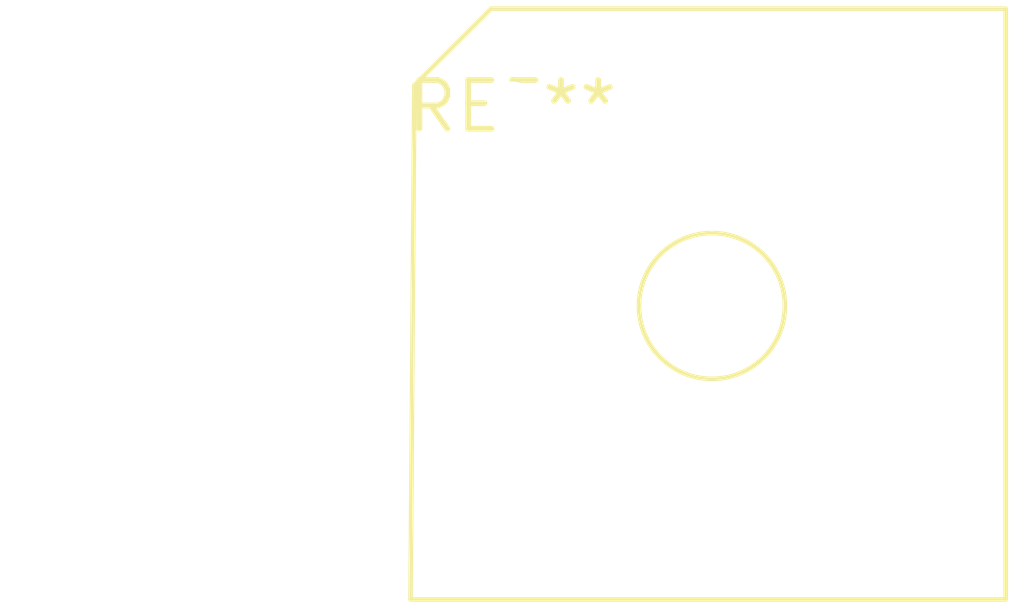
<source format=kicad_pcb>
(kicad_pcb (version 20240108) (generator pcbnew)
  (layers (0 "F.Cu" signal) (31 "B.Cu" signal) (34 "B.Paste" user) (35 "F.Paste" user) (36 "B.SilkS" user "B.Silkscreen") (37 "F.SilkS" user "F.Silkscreen") (38 "B.Mask" user) (39 "F.Mask" user) (44 "Edge.Cuts" user))
  (net 0 "")
  (footprint "Diode_Bridge_Vishay_KBPC6" (layer "F.Cu") (at 0 0)
    (property "Reference" "REF**")
    (property "Value" "Diode_Bridge_Vishay_KBPC6")
    (fp_line (start -2.65 12.85) (end 12.85 12.85) (layer "F.SilkS") (stroke (width 0.12)))
    (fp_line (start -2.55 -0.55) (end -2.65 12.85) (layer "F.SilkS") (stroke (width 0.12)))
    (fp_line (start -0.55 -2.55) (end -2.55 -0.55) (layer "F.SilkS") (stroke (width 0.12)))
    (fp_line (start 12.85 -2.55) (end -0.55 -2.55) (layer "F.SilkS") (stroke (width 0.12)))
    (fp_line (start 12.85 12.85) (end 12.85 -2.55) (layer "F.SilkS") (stroke (width 0.12)))
    (fp_circle (center 5.2 5.2) (end 5.2 7.1) (layer "F.SilkS") (stroke (width 0.12)) (fill none))
    (pad "1" thru_hole rect (at 0 0) (size 2.6 2.6) (drill 1.3) (layers *.Cu *.Mask) (remove_unused_layers))
    (pad "2" thru_hole circle (at 0 10.4) (size 2.6 2.6) (drill 1.3) (layers *.Cu *.Mask) (remove_unused_layers))
    (pad "3" thru_hole circle (at 10.4 10.4) (size 2.6 2.6) (drill 1.3) (layers *.Cu *.Mask) (remove_unused_layers))
    (pad "4" thru_hole circle (at 10.4 0) (size 2.6 2.6) (drill 1.3) (layers *.Cu *.Mask) (remove_unused_layers))
  )
)
</source>
